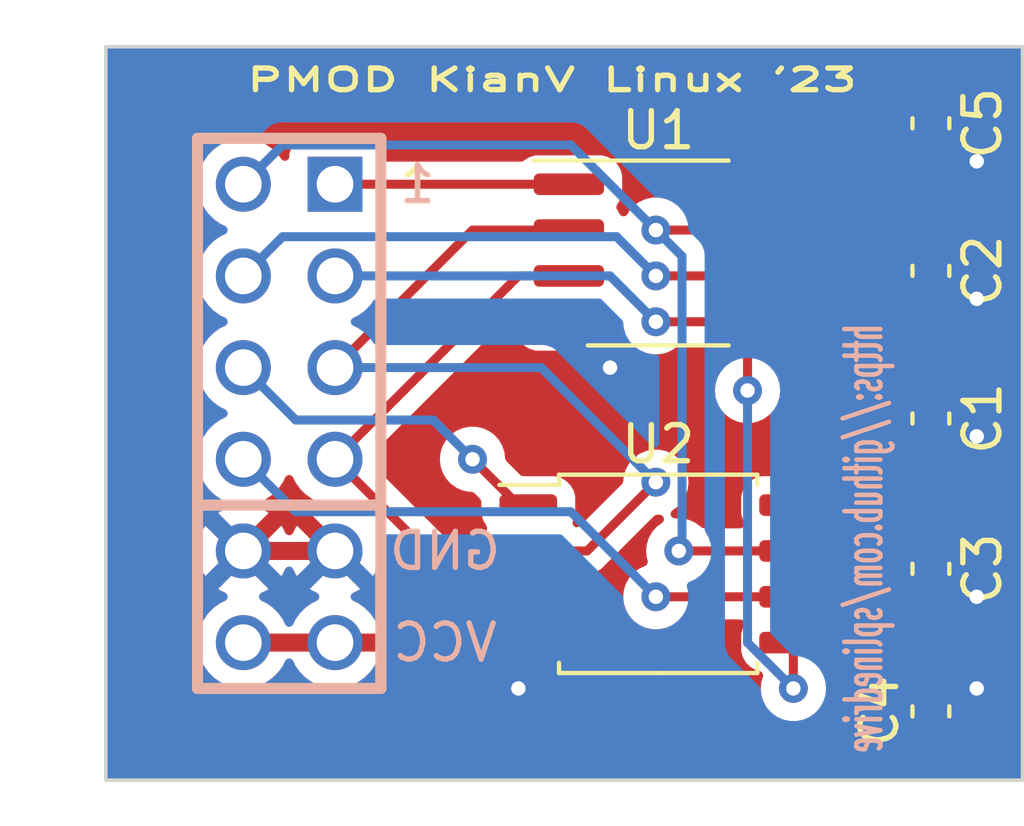
<source format=kicad_pcb>
(kicad_pcb (version 20221018) (generator pcbnew)
  (title_block (comment 4 "AISLER Project ID: CHJLQAGU"))
  (layers (0 "F.Cu" signal) (1 "In1.Cu" signal) (2 "In2.Cu" signal) (31 "B.Cu" signal) (34 "B.Paste" user) (35 "F.Paste" user) (36 "B.SilkS" user "B.Silkscreen") (37 "F.SilkS" user "F.Silkscreen") (38 "B.Mask" user) (39 "F.Mask" user) (44 "Edge.Cuts" user))
  (net 0 "")
  (net 1 "+3V3")
  (net 2 "GND")
  (net 3 "/{slash}CE0")
  (net 4 "/SIO1_MISO")
  (net 5 "/SIO2")
  (net 6 "/SIO0_MOSI")
  (net 7 "/SCLK_RAM")
  (net 8 "/SIO3")
  (net 9 "/{slash}CE1")
  (net 10 "/SCLK_NOR")
  (footprint "Capacitor_SMD:C_0603_1608Metric" (layer "F.Cu") (at 114.3 66.675 90)
    (fp_text reference "C4" (at 0 -1.43 90) (layer "F.SilkS"))
    (fp_text value "10uF" hide)
    (fp_line (start -0.14058 -0.51) (end 0.14058 -0.51) (stroke (width 0.12)) (layer "F.SilkS"))
    (fp_line (start -0.14058 0.51) (end 0.14058 0.51) (stroke (width 0.12)) (layer "F.SilkS"))
    (pad "1" smd roundrect (at -0.775 0 90) (size 0.9 0.95) (layers "F.Cu" "F.Paste" "F.Mask") (net 1 "+3V3"))
    (pad "2" smd roundrect (at 0.775 0 90) (size 0.9 0.95) (layers "F.Cu" "F.Paste" "F.Mask") (net 2 "GND"))
  )
  (footprint "Capacitor_SMD:C_0603_1608Metric" (layer "F.Cu") (at 114.3 50.38 -90)
    (fp_text reference "C5" (at 0 -1.43 90) (layer "F.SilkS"))
    (fp_text value "1uF" hide)
    (fp_line (start -0.14058 -0.51) (end 0.14058 -0.51) (stroke (width 0.12)) (layer "F.SilkS"))
    (fp_line (start -0.14058 0.51) (end 0.14058 0.51) (stroke (width 0.12)) (layer "F.SilkS"))
    (pad "1" smd roundrect (at -0.775 0 270) (size 0.9 0.95) (layers "F.Cu" "F.Paste" "F.Mask") (net 1 "+3V3"))
    (pad "2" smd roundrect (at 0.775 0 270) (size 0.9 0.95) (layers "F.Cu" "F.Paste" "F.Mask") (net 2 "GND"))
  )
  (footprint "Package_SO:SOIC-8_3.9x4.9mm_P1.27mm" (layer "F.Cu") (at 106.745 53.975)
    (fp_text reference "U1" (at 0 -3.4) (layer "F.SilkS"))
    (fp_text value "PSRAM")
    (fp_line (start 0 -2.56) (end -3.45 -2.56) (stroke (width 0.12)) (layer "F.SilkS"))
    (fp_line (start 0 -2.56) (end 1.95 -2.56) (stroke (width 0.12)) (layer "F.SilkS"))
    (fp_line (start 0 2.56) (end -1.95 2.56) (stroke (width 0.12)) (layer "F.SilkS"))
    (fp_line (start 0 2.56) (end 1.95 2.56) (stroke (width 0.12)) (layer "F.SilkS"))
    (pad "1" smd roundrect (at -2.475 -1.905) (size 1.95 0.6) (layers "F.Cu" "F.Paste" "F.Mask") (net 3 "/{slash}CE0"))
    (pad "2" smd roundrect (at -2.475 -0.635) (size 1.95 0.6) (layers "F.Cu" "F.Paste" "F.Mask") (net 4 "/SIO1_MISO"))
    (pad "3" smd roundrect (at -2.475 0.635) (size 1.95 0.6) (layers "F.Cu" "F.Paste" "F.Mask") (net 5 "/SIO2"))
    (pad "4" smd roundrect (at -2.475 1.905) (size 1.95 0.6) (layers "F.Cu" "F.Paste" "F.Mask") (net 2 "GND"))
    (pad "5" smd roundrect (at 2.475 1.905) (size 1.95 0.6) (layers "F.Cu" "F.Paste" "F.Mask") (net 6 "/SIO0_MOSI"))
    (pad "6" smd roundrect (at 2.475 0.635) (size 1.95 0.6) (layers "F.Cu" "F.Paste" "F.Mask") (net 7 "/SCLK_RAM"))
    (pad "7" smd roundrect (at 2.475 -0.635) (size 1.95 0.6) (layers "F.Cu" "F.Paste" "F.Mask") (net 8 "/SIO3"))
    (pad "8" smd roundrect (at 2.475 -1.905) (size 1.95 0.6) (layers "F.Cu" "F.Paste" "F.Mask") (net 1 "+3V3"))
  )
  (footprint "pmod-conn_6x2:pmod_pin_array_6x2" (layer "F.Cu") (at 96.52 58.42)
    (fp_text reference "P1" hide)
    (fp_text value "PMOD-Device-x2-Type-Generic-Alt" hide)
    (fp_text user "GND" (at 4.318 3.81) (layer "B.SilkS") (effects (justify mirror)))
    (fp_text user "1" (at 3.556 -6.35) (layer "B.SilkS") (effects (justify mirror)))
    (fp_text user "VCC" (at 4.318 6.35) (layer "B.SilkS") (effects (justify mirror)))
    (fp_text user "1" (at 3.556 -6.35) (layer "F.SilkS"))
    (fp_line (start -2.54 -7.62) (end -2.54 7.62) (stroke (width 0.3048)) (layer "B.SilkS"))
    (fp_line (start -2.54 7.62) (end 2.54 7.62) (stroke (width 0.3048)) (layer "B.SilkS"))
    (fp_line (start 2.54 -7.62) (end -2.54 -7.62) (stroke (width 0.3048)) (layer "B.SilkS"))
    (fp_line (start 2.54 2.54) (end -2.54 2.54) (stroke (width 0.3048)) (layer "B.SilkS"))
    (fp_line (start 2.54 7.62) (end 2.54 -7.62) (stroke (width 0.3048)) (layer "B.SilkS"))
    (fp_line (start -2.54 -7.62) (end -2.54 7.62) (stroke (width 0.3048)) (layer "F.SilkS"))
    (fp_line (start -2.54 7.62) (end 2.54 7.62) (stroke (width 0.3048)) (layer "F.SilkS"))
    (fp_line (start 2.54 -7.62) (end -2.54 -7.62) (stroke (width 0.3048)) (layer "F.SilkS"))
    (fp_line (start 2.54 2.54) (end -2.54 2.54) (stroke (width 0.3048)) (layer "F.SilkS"))
    (fp_line (start 2.54 7.62) (end 2.54 -7.62) (stroke (width 0.3048)) (layer "F.SilkS"))
    (pad "1" thru_hole rect (at 1.27 -6.35) (size 1.524 1.524) (drill 1.016) (layers "*.Cu" "*.Mask") (net 3 "/{slash}CE0"))
    (pad "2" thru_hole circle (at 1.27 -3.81 270) (size 1.524 1.524) (drill 1.016) (layers "*.Cu" "*.Mask") (net 6 "/SIO0_MOSI"))
    (pad "3" thru_hole circle (at 1.27 -1.27 270) (size 1.524 1.524) (drill 1.016) (layers "*.Cu" "*.Mask") (net 4 "/SIO1_MISO"))
    (pad "4" thru_hole circle (at 1.27 1.27 270) (size 1.524 1.524) (drill 1.016) (layers "*.Cu" "*.Mask") (net 5 "/SIO2"))
    (pad "5" thru_hole circle (at 1.27 3.81 270) (size 1.524 1.524) (drill 1.016) (layers "*.Cu" "*.Mask") (net 2 "GND"))
    (pad "6" thru_hole circle (at 1.27 6.35 270) (size 1.524 1.524) (drill 1.016) (layers "*.Cu" "*.Mask") (net 1 "+3V3"))
    (pad "7" thru_hole circle (at -1.27 -6.35 270) (size 1.524 1.524) (drill 1.016) (layers "*.Cu" "*.Mask") (net 8 "/SIO3"))
    (pad "8" thru_hole circle (at -1.27 -3.81 270) (size 1.524 1.524) (drill 1.016) (layers "*.Cu" "*.Mask") (net 7 "/SCLK_RAM"))
    (pad "9" thru_hole circle (at -1.27 -1.27 270) (size 1.524 1.524) (drill 1.016) (layers "*.Cu" "*.Mask") (net 9 "/{slash}CE1"))
    (pad "10" thru_hole circle (at -1.27 1.27 270) (size 1.524 1.524) (drill 1.016) (layers "*.Cu" "*.Mask") (net 10 "/SCLK_NOR"))
    (pad "11" thru_hole circle (at -1.27 3.81 270) (size 1.524 1.524) (drill 1.016) (layers "*.Cu" "*.Mask") (net 2 "GND"))
    (pad "12" thru_hole circle (at -1.27 6.35 270) (size 1.524 1.524) (drill 1.016) (layers "*.Cu" "*.Mask") (net 1 "+3V3"))
  )
  (footprint "Package_SO:SOIC-8_5.275x5.275mm_P1.27mm" (layer "F.Cu") (at 106.745 62.865)
    (fp_text reference "U2" (at 0 -3.59) (layer "F.SilkS"))
    (fp_text value "NOR")
    (fp_line (start -2.7475 -2.7475) (end -2.7475 -2.465) (stroke (width 0.12)) (layer "F.SilkS"))
    (fp_line (start -2.7475 -2.465) (end -4.4 -2.465) (stroke (width 0.12)) (layer "F.SilkS"))
    (fp_line (start -2.7475 2.7475) (end -2.7475 2.465) (stroke (width 0.12)) (layer "F.SilkS"))
    (fp_line (start 0 -2.7475) (end -2.7475 -2.7475) (stroke (width 0.12)) (layer "F.SilkS"))
    (fp_line (start 0 -2.7475) (end 2.7475 -2.7475) (stroke (width 0.12)) (layer "F.SilkS"))
    (fp_line (start 0 2.7475) (end -2.7475 2.7475) (stroke (width 0.12)) (layer "F.SilkS"))
    (fp_line (start 0 2.7475) (end 2.7475 2.7475) (stroke (width 0.12)) (layer "F.SilkS"))
    (fp_line (start 2.7475 -2.7475) (end 2.7475 -2.465) (stroke (width 0.12)) (layer "F.SilkS"))
    (fp_line (start 2.7475 2.7475) (end 2.7475 2.465) (stroke (width 0.12)) (layer "F.SilkS"))
    (pad "1" smd roundrect (at -3.6 -1.905) (size 1.6 0.6) (layers "F.Cu" "F.Paste" "F.Mask") (net 9 "/{slash}CE1"))
    (pad "2" smd roundrect (at -3.6 -0.635) (size 1.6 0.6) (layers "F.Cu" "F.Paste" "F.Mask") (net 4 "/SIO1_MISO"))
    (pad "3" smd roundrect (at -3.6 0.635) (size 1.6 0.6) (layers "F.Cu" "F.Paste" "F.Mask") (net 5 "/SIO2"))
    (pad "4" smd roundrect (at -3.6 1.905) (size 1.6 0.6) (layers "F.Cu" "F.Paste" "F.Mask") (net 2 "GND"))
    (pad "5" smd roundrect (at 3.6 1.905) (size 1.6 0.6) (layers "F.Cu" "F.Paste" "F.Mask") (net 6 "/SIO0_MOSI"))
    (pad "6" smd roundrect (at 3.6 0.635) (size 1.6 0.6) (layers "F.Cu" "F.Paste" "F.Mask") (net 10 "/SCLK_NOR"))
    (pad "7" smd roundrect (at 3.6 -0.635) (size 1.6 0.6) (layers "F.Cu" "F.Paste" "F.Mask") (net 8 "/SIO3"))
    (pad "8" smd roundrect (at 3.6 -1.905) (size 1.6 0.6) (layers "F.Cu" "F.Paste" "F.Mask") (net 1 "+3V3"))
  )
  (footprint "Capacitor_SMD:C_0603_1608Metric" (layer "F.Cu") (at 114.3 58.56 -90)
    (fp_text reference "C1" (at 0 -1.43 90) (layer "F.SilkS"))
    (fp_text value "1uF" hide)
    (fp_line (start -0.14058 -0.51) (end 0.14058 -0.51) (stroke (width 0.12)) (layer "F.SilkS"))
    (fp_line (start -0.14058 0.51) (end 0.14058 0.51) (stroke (width 0.12)) (layer "F.SilkS"))
    (pad "1" smd roundrect (at -0.775 0 270) (size 0.9 0.95) (layers "F.Cu" "F.Paste" "F.Mask") (net 1 "+3V3"))
    (pad "2" smd roundrect (at 0.775 0 270) (size 0.9 0.95) (layers "F.Cu" "F.Paste" "F.Mask") (net 2 "GND"))
  )
  (footprint "Capacitor_SMD:C_0603_1608Metric" (layer "F.Cu") (at 114.3 62.725 -90)
    (fp_text reference "C3" (at 0 -1.43 90) (layer "F.SilkS"))
    (fp_text value "100nF" hide)
    (fp_line (start -0.14058 -0.51) (end 0.14058 -0.51) (stroke (width 0.12)) (layer "F.SilkS"))
    (fp_line (start -0.14058 0.51) (end 0.14058 0.51) (stroke (width 0.12)) (layer "F.SilkS"))
    (pad "1" smd roundrect (at -0.775 0 270) (size 0.9 0.95) (layers "F.Cu" "F.Paste" "F.Mask") (net 1 "+3V3"))
    (pad "2" smd roundrect (at 0.775 0 270) (size 0.9 0.95) (layers "F.Cu" "F.Paste" "F.Mask") (net 2 "GND"))
  )
  (footprint "Capacitor_SMD:C_0603_1608Metric" (layer "F.Cu") (at 114.3 54.47 -90)
    (fp_text reference "C2" (at 0 -1.43 90) (layer "F.SilkS"))
    (fp_text value "100nF" hide)
    (fp_line (start -0.14058 -0.51) (end 0.14058 -0.51) (stroke (width 0.12)) (layer "F.SilkS"))
    (fp_line (start -0.14058 0.51) (end 0.14058 0.51) (stroke (width 0.12)) (layer "F.SilkS"))
    (pad "1" smd roundrect (at -0.775 0 270) (size 0.9 0.95) (layers "F.Cu" "F.Paste" "F.Mask") (net 1 "+3V3"))
    (pad "2" smd roundrect (at 0.775 0 270) (size 0.9 0.95) (layers "F.Cu" "F.Paste" "F.Mask") (net 2 "GND"))
  )
  (gr_rect (start 91.44 48.26) (end 116.84 68.58) (stroke (width 0.1)) (fill none) (layer "Edge.Cuts"))
  (gr_text "https://github.com/splinedrive" (at 113.03 55.88 90) (layer "B.SilkS") (effects (font (size 1 0.5) (thickness 0.125)) (justify left bottom mirror)))
  (gr_text "PMOD KianV Linux '23" (at 95.25 49.53) (layer "F.SilkS") (effects (font (size 0.6 1)) (justify left bottom)))
  (segment (start 111.76 60.96) (end 111.76 58.42) (width 0.5) (layer "F.Cu") (net 1))
  (segment (start 113.87 49.605) (end 114.3 49.605) (width 0.5) (layer "F.Cu") (net 1))
  (segment (start 95.25 64.77) (end 97.79 64.77) (width 0.5) (layer "F.Cu") (net 1))
  (segment (start 111.405 52.07) (end 113.87 49.605) (width 0.5) (layer "F.Cu") (net 1))
  (segment (start 111.76 60.96) (end 110.345 60.96) (width 0.5) (layer "F.Cu") (net 1))
  (segment (start 111.76 67.45) (end 113.665 67.45) (width 0.5) (layer "F.Cu") (net 1))
  (segment (start 97.79 64.77) (end 99.695 64.77) (width 0.5) (layer "F.Cu") (net 1))
  (segment (start 112.395 57.785) (end 112.395 53.975) (width 0.5) (layer "F.Cu") (net 1))
  (segment (start 111.125 67.45) (end 111.76 67.45) (width 0.5) (layer "F.Cu") (net 1))
  (segment (start 113.03 53.695) (end 114.3 53.695) (width 0.5) (layer "F.Cu") (net 1))
  (segment (start 112.395 57.785) (end 114.3 57.785) (width 0.5) (layer "F.Cu") (net 1))
  (segment (start 111.76 67.45) (end 111.76 60.96) (width 0.5) (layer "F.Cu") (net 1))
  (segment (start 113.31 60.96) (end 114.3 61.95) (width 0.5) (layer "F.Cu") (net 1))
  (segment (start 99.695 64.77) (end 102.375 67.45) (width 0.5) (layer "F.Cu") (net 1))
  (segment (start 112.675 53.695) (end 113.03 53.695) (width 0.5) (layer "F.Cu") (net 1))
  (segment (start 112.395 53.975) (end 112.675 53.695) (width 0.5) (layer "F.Cu") (net 1))
  (segment (start 111.405 52.07) (end 109.22 52.07) (width 0.5) (layer "F.Cu") (net 1))
  (segment (start 113.665 67.45) (end 114.3 67.45) (width 0.5) (layer "F.Cu") (net 1))
  (segment (start 111.76 60.96) (end 113.31 60.96) (width 0.5) (layer "F.Cu") (net 1))
  (segment (start 111.76 58.42) (end 112.395 57.785) (width 0.5) (layer "F.Cu") (net 1))
  (segment (start 113.03 53.695) (end 111.405 52.07) (width 0.5) (layer "F.Cu") (net 1))
  (segment (start 102.375 67.45) (end 111.125 67.45) (width 0.5) (layer "F.Cu") (net 1))
  (segment (start 103.145 64.77) (end 103.145 65.765) (width 0.5) (layer "F.Cu") (net 2))
  (segment (start 114.58 59.055) (end 114.3 59.335) (width 0.25) (layer "F.Cu") (net 2))
  (segment (start 115.57 66.04) (end 114.44 66.04) (width 0.5) (layer "F.Cu") (net 2))
  (segment (start 114.3 55.245) (end 115.57 55.245) (width 0.5) (layer "F.Cu") (net 2))
  (segment (start 103.145 65.765) (end 102.87 66.04) (width 0.5) (layer "F.Cu") (net 2))
  (segment (start 115.57 63.5) (end 114.3 63.5) (width 0.5) (layer "F.Cu") (net 2))
  (segment (start 105.41 57.15) (end 105.41 57.02) (width 0.25) (layer "F.Cu") (net 2))
  (segment (start 104.27 64.77) (end 103.145 64.77) (width 0.5) (layer "F.Cu") (net 2))
  (segment (start 115.57 51.435) (end 114.58 51.435) (width 0.5) (layer "F.Cu") (net 2))
  (segment (start 114.44 66.04) (end 114.3 65.9) (width 0.25) (layer "F.Cu") (net 2))
  (segment (start 95.25 62.23) (end 97.79 62.23) (width 0.5) (layer "F.Cu") (net 2))
  (segment (start 105.41 57.02) (end 104.27 55.88) (width 0.5) (layer "F.Cu") (net 2))
  (segment (start 114.58 51.435) (end 114.3 51.155) (width 0.25) (layer "F.Cu") (net 2))
  (segment (start 115.57 59.055) (end 114.58 59.055) (width 0.5) (layer "F.Cu") (net 2))
  (via (at 115.57 63.5) (size 0.8) (drill 0.4) (layers "F.Cu" "B.Cu") (net 2))
  (via (at 115.57 59.055) (size 0.8) (drill 0.4) (layers "F.Cu" "B.Cu") (net 2))
  (via (at 115.57 55.245) (size 0.8) (drill 0.4) (layers "F.Cu" "B.Cu") (net 2))
  (via (at 105.41 57.15) (size 0.8) (drill 0.4) (layers "F.Cu" "B.Cu") (net 2))
  (via (at 115.57 66.04) (size 0.8) (drill 0.4) (layers "F.Cu" "B.Cu") (net 2))
  (via (at 115.57 51.435) (size 0.8) (drill 0.4) (layers "F.Cu" "B.Cu") (net 2))
  (via (at 102.87 66.04) (size 0.8) (drill 0.4) (layers "F.Cu" "B.Cu") (net 2))
  (segment (start 97.79 52.07) (end 104.27 52.07) (width 0.25) (layer "F.Cu") (net 3))
  (segment (start 104.775 62.23) (end 106.68 60.325) (width 0.25) (layer "F.Cu") (net 4))
  (segment (start 97.79 57.15) (end 101.6 53.34) (width 0.25) (layer "F.Cu") (net 4))
  (segment (start 101.6 53.34) (end 104.27 53.34) (width 0.25) (layer "F.Cu") (net 4))
  (segment (start 103.145 62.23) (end 104.775 62.23) (width 0.25) (layer "F.Cu") (net 4))
  (via (at 106.68 60.325) (size 0.8) (drill 0.4) (layers "F.Cu" "B.Cu") (net 4))
  (segment (start 106.68 60.325) (end 103.505 57.15) (width 0.25) (layer "B.Cu") (net 4))
  (segment (start 103.505 57.15) (end 97.79 57.15) (width 0.25) (layer "B.Cu") (net 4))
  (segment (start 101.6 63.5) (end 103.145 63.5) (width 0.25) (layer "F.Cu") (net 5))
  (segment (start 102.87 54.61) (end 104.27 54.61) (width 0.25) (layer "F.Cu") (net 5))
  (segment (start 97.79 59.69) (end 102.87 54.61) (width 0.25) (layer "F.Cu") (net 5))
  (segment (start 97.79 59.69) (end 101.6 63.5) (width 0.25) (layer "F.Cu") (net 5))
  (segment (start 109.22 55.88) (end 109.22 57.785) (width 0.25) (layer "F.Cu") (net 6))
  (segment (start 110.345 65.895) (end 110.49 66.04) (width 0.25) (layer "F.Cu") (net 6))
  (segment (start 110.49 64.915) (end 110.345 64.77) (width 0.25) (layer "F.Cu") (net 6))
  (segment (start 106.68 55.88) (end 109.22 55.88) (width 0.25) (layer "F.Cu") (net 6))
  (segment (start 110.49 66.04) (end 110.49 64.915) (width 0.25) (layer "F.Cu") (net 6))
  (via (at 109.22 57.785) (size 0.8) (drill 0.4) (layers "F.Cu" "B.Cu") (net 6))
  (via (at 110.49 66.04) (size 0.8) (drill 0.4) (layers "F.Cu" "B.Cu") (net 6))
  (via (at 106.68 55.88) (size 0.8) (drill 0.4) (layers "F.Cu" "B.Cu") (net 6))
  (segment (start 105.41 54.61) (end 106.68 55.88) (width 0.25) (layer "B.Cu") (net 6))
  (segment (start 97.79 54.61) (end 105.41 54.61) (width 0.25) (layer "B.Cu") (net 6))
  (segment (start 109.22 64.77) (end 110.49 66.04) (width 0.25) (layer "B.Cu") (net 6))
  (segment (start 109.22 57.785) (end 109.22 64.77) (width 0.25) (layer "B.Cu") (net 6))
  (segment (start 106.68 54.61) (end 109.22 54.61) (width 0.25) (layer "F.Cu") (net 7))
  (via (at 106.68 54.61) (size 0.8) (drill 0.4) (layers "F.Cu" "B.Cu") (net 7))
  (segment (start 105.593 53.523) (end 106.68 54.61) (width 0.25) (layer "B.Cu") (net 7))
  (segment (start 95.25 54.61) (end 96.337 53.523) (width 0.25) (layer "B.Cu") (net 7))
  (segment (start 96.337 53.523) (end 105.593 53.523) (width 0.25) (layer "B.Cu") (net 7))
  (segment (start 107.315 62.23) (end 110.345 62.23) (width 0.25) (layer "F.Cu") (net 8))
  (segment (start 106.68 53.34) (end 109.22 53.34) (width 0.25) (layer "F.Cu") (net 8))
  (via (at 107.315 62.23) (size 0.8) (drill 0.4) (layers "F.Cu" "B.Cu") (net 8))
  (via (at 106.68 53.34) (size 0.8) (drill 0.4) (layers "F.Cu" "B.Cu") (net 8))
  (segment (start 96.337 50.983) (end 104.323 50.983) (width 0.25) (layer "B.Cu") (net 8))
  (segment (start 95.25 52.07) (end 96.337 50.983) (width 0.25) (layer "B.Cu") (net 8))
  (segment (start 107.405 62.14) (end 107.315 62.23) (width 0.25) (layer "B.Cu") (net 8))
  (segment (start 106.68 53.34) (end 107.405 54.065) (width 0.25) (layer "B.Cu") (net 8))
  (segment (start 104.323 50.983) (end 106.68 53.34) (width 0.25) (layer "B.Cu") (net 8))
  (segment (start 107.405 54.065) (end 107.405 62.14) (width 0.25) (layer "B.Cu") (net 8))
  (segment (start 101.6 59.69) (end 102.87 60.96) (width 0.25) (layer "F.Cu") (net 9))
  (via (at 101.6 59.69) (size 0.8) (drill 0.4) (layers "F.Cu" "B.Cu") (net 9))
  (segment (start 96.703 58.603) (end 100.513 58.603) (width 0.25) (layer "B.Cu") (net 9))
  (segment (start 95.25 57.15) (end 96.703 58.603) (width 0.25) (layer "B.Cu") (net 9))
  (segment (start 100.513 58.603) (end 101.6 59.69) (width 0.25) (layer "B.Cu") (net 9))
  (segment (start 106.68 63.5) (end 110.345 63.5) (width 0.25) (layer "F.Cu") (net 10))
  (via (at 106.68 63.5) (size 0.8) (drill 0.4) (layers "F.Cu" "B.Cu") (net 10))
  (segment (start 104.323 61.143) (end 106.68 63.5) (width 0.25) (layer "B.Cu") (net 10))
  (segment (start 96.703 61.143) (end 104.323 61.143) (width 0.25) (layer "B.Cu") (net 10))
  (segment (start 95.25 59.69) (end 96.703 61.143) (width 0.25) (layer "B.Cu") (net 10))
  (zone (net 2) (net_name "GND") (layer "F.Cu") (priority 1) (connect_pads (clearance 0.5)) (min_thickness 0.25) (fill yes (thermal_gap 0.5) (thermal_bridge_width 0.5))
    (polygon (pts (xy 91.44 46.99) (xy 116.84 46.99) (xy 116.84 69.85) (xy 91.44 69.85)))
  )
  (zone (net 2) (net_name "GND") (layer "B.Cu") (connect_pads (clearance 0.5)) (min_thickness 0.25) (fill yes (thermal_gap 0.5) (thermal_bridge_width 0.5))
    (polygon (pts (xy 91.44 46.99) (xy 116.84 46.99) (xy 116.84 69.85) (xy 91.44 69.85)))
  )
)
</source>
